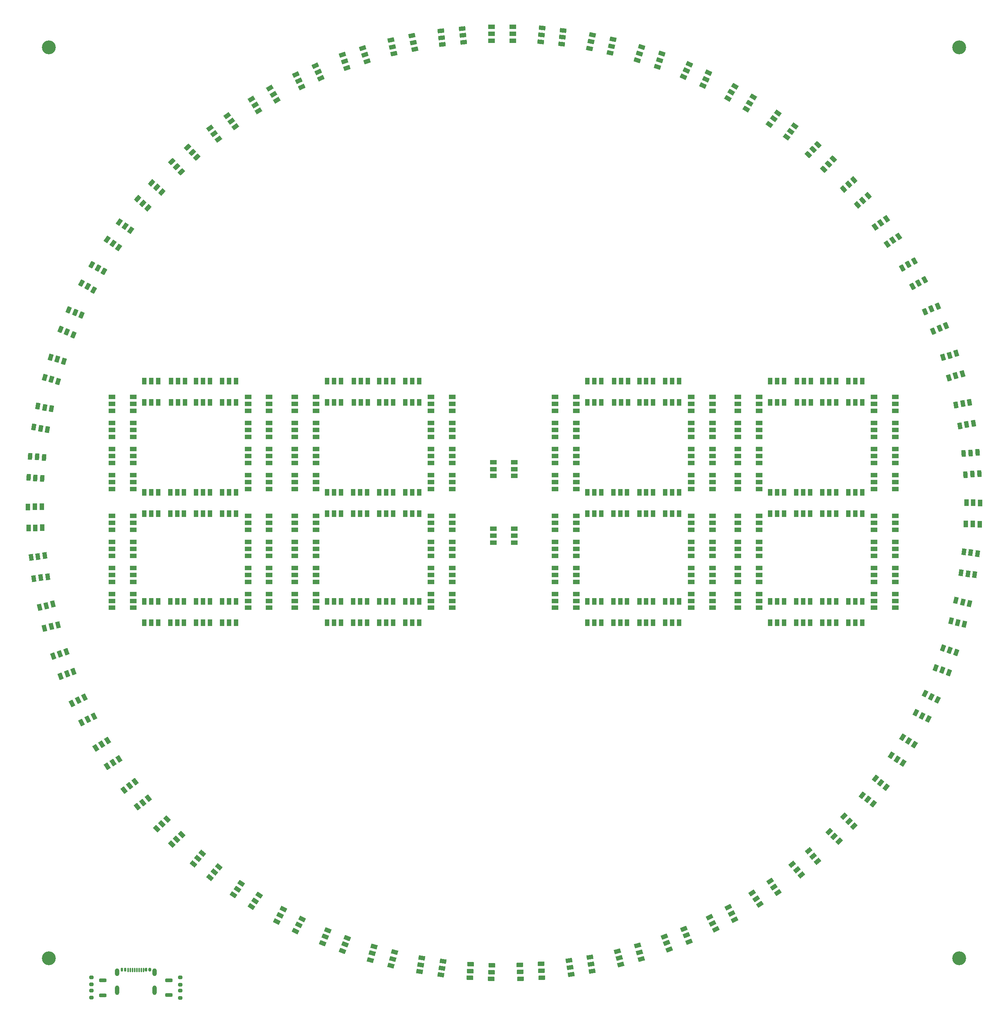
<source format=gbr>
%TF.GenerationSoftware,KiCad,Pcbnew,8.0.9*%
%TF.CreationDate,2025-07-03T09:04:04+02:00*%
%TF.ProjectId,Project,50726f6a-6563-4742-9e6b-696361645f70,rev?*%
%TF.SameCoordinates,Original*%
%TF.FileFunction,Soldermask,Top*%
%TF.FilePolarity,Negative*%
%FSLAX46Y46*%
G04 Gerber Fmt 4.6, Leading zero omitted, Abs format (unit mm)*
G04 Created by KiCad (PCBNEW 8.0.9) date 2025-07-03 09:04:04*
%MOMM*%
%LPD*%
G01*
G04 APERTURE LIST*
G04 Aperture macros list*
%AMRoundRect*
0 Rectangle with rounded corners*
0 $1 Rounding radius*
0 $2 $3 $4 $5 $6 $7 $8 $9 X,Y pos of 4 corners*
0 Add a 4 corners polygon primitive as box body*
4,1,4,$2,$3,$4,$5,$6,$7,$8,$9,$2,$3,0*
0 Add four circle primitives for the rounded corners*
1,1,$1+$1,$2,$3*
1,1,$1+$1,$4,$5*
1,1,$1+$1,$6,$7*
1,1,$1+$1,$8,$9*
0 Add four rect primitives between the rounded corners*
20,1,$1+$1,$2,$3,$4,$5,0*
20,1,$1+$1,$4,$5,$6,$7,0*
20,1,$1+$1,$6,$7,$8,$9,0*
20,1,$1+$1,$8,$9,$2,$3,0*%
%AMRotRect*
0 Rectangle, with rotation*
0 The origin of the aperture is its center*
0 $1 length*
0 $2 width*
0 $3 Rotation angle, in degrees counterclockwise*
0 Add horizontal line*
21,1,$1,$2,0,0,$3*%
G04 Aperture macros list end*
%ADD10RoundRect,0.200000X0.650000X-0.200000X0.650000X0.200000X-0.650000X0.200000X-0.650000X-0.200000X0*%
%ADD11RoundRect,0.144750X-0.144750X-0.255549X0.144750X-0.255549X0.144750X0.255549X-0.144750X0.255549X0*%
%ADD12RoundRect,0.147950X-0.147950X-0.277748X0.147950X-0.277748X0.147950X0.277748X-0.147950X0.277748X0*%
%ADD13RoundRect,0.075000X-0.075000X-0.401500X0.075000X-0.401500X0.075000X0.401500X-0.075000X0.401500X0*%
%ADD14RoundRect,0.148100X-0.148100X-0.277598X0.148100X-0.277598X0.148100X0.277598X-0.148100X0.277598X0*%
%ADD15RoundRect,0.151300X-0.151300X-0.236300X0.151300X-0.236300X0.151300X0.236300X-0.151300X0.236300X0*%
%ADD16O,1.000000X1.800000*%
%ADD17O,1.000000X2.200000*%
%ADD18R,1.000000X1.500000*%
%ADD19R,1.500000X1.000000*%
%ADD20RotRect,1.500000X1.000000X57.966200*%
%ADD21C,3.200000*%
%ADD22RotRect,1.500000X1.000000X277.627330*%
%ADD23RotRect,1.500000X1.000000X253.220570*%
%ADD24RotRect,1.500000X1.000000X155.593240*%
%ADD25RotRect,1.500000X1.000000X82.372960*%
%ADD26RotRect,1.500000X1.000000X94.576340*%
%ADD27RotRect,1.500000X1.000000X125.084790*%
%ADD28RotRect,1.500000X1.000000X173.898310*%
%ADD29RotRect,1.500000X1.000000X198.305360*%
%ADD30RotRect,1.500000X1.000000X112.881410*%
%ADD31RotRect,1.500000X1.000000X192.203670*%
%ADD32RotRect,1.500000X1.000000X320.339160*%
%ADD33RotRect,1.500000X1.000000X350.847610*%
%ADD34RotRect,1.500000X1.000000X234.915500*%
%ADD35RotRect,1.500000X1.000000X70.169580*%
%ADD36RotRect,1.500000X1.000000X39.661130*%
%ADD37RotRect,1.500000X1.000000X314.237470*%
%ADD38RotRect,1.500000X1.000000X33.559440*%
%ADD39RotRect,1.500000X1.000000X338.644230*%
%ADD40RotRect,1.500000X1.000000X283.729020*%
%ADD41RotRect,1.500000X1.000000X88.474650*%
%ADD42RotRect,1.500000X1.000000X265.423950*%
%ADD43RotRect,1.500000X1.000000X247.118880*%
%ADD44RotRect,1.500000X1.000000X21.356060*%
%ADD45RotRect,1.500000X1.000000X51.864510*%
%ADD46RotRect,1.500000X1.000000X222.712120*%
%ADD47RotRect,1.500000X1.000000X100.678030*%
%ADD48RotRect,1.500000X1.000000X186.101980*%
%ADD49RotRect,1.500000X1.000000X332.542540*%
%ADD50RotRect,1.500000X1.000000X45.762820*%
%ADD51RotRect,1.500000X1.000000X295.932400*%
%ADD52RotRect,1.500000X1.000000X3.050990*%
%ADD53RotRect,1.500000X1.000000X228.813810*%
%ADD54RotRect,1.500000X1.000000X289.830710*%
%ADD55RotRect,1.500000X1.000000X143.389860*%
%ADD56RotRect,1.500000X1.000000X9.152680*%
%ADD57RotRect,1.500000X1.000000X302.034090*%
%ADD58RotRect,1.500000X1.000000X76.271270*%
%ADD59RotRect,1.500000X1.000000X137.288170*%
%ADD60RotRect,1.500000X1.000000X64.067890*%
%ADD61RotRect,1.500000X1.000000X241.017190*%
%ADD62RotRect,1.500000X1.000000X326.440850*%
%ADD63RotRect,1.500000X1.000000X259.322260*%
%ADD64RotRect,1.500000X1.000000X27.457750*%
%ADD65RotRect,1.500000X1.000000X356.949300*%
%ADD66RotRect,1.500000X1.000000X344.745920*%
%ADD67RotRect,1.500000X1.000000X210.508740*%
%ADD68RotRect,1.500000X1.000000X149.491550*%
%ADD69RotRect,1.500000X1.000000X216.610430*%
%ADD70RotRect,1.500000X1.000000X204.407050*%
%ADD71RotRect,1.500000X1.000000X308.135780*%
%ADD72RotRect,1.500000X1.000000X118.983100*%
%ADD73RotRect,1.500000X1.000000X161.694930*%
%ADD74RotRect,1.500000X1.000000X15.254370*%
%ADD75RotRect,1.500000X1.000000X271.525640*%
%ADD76RotRect,1.500000X1.000000X131.186480*%
%ADD77RoundRect,0.200000X0.275000X-0.200000X0.275000X0.200000X-0.275000X0.200000X-0.275000X-0.200000X0*%
%ADD78RotRect,1.500000X1.000000X167.796620*%
%ADD79RotRect,1.500000X1.000000X106.779720*%
G04 APERTURE END LIST*
D10*
%TO.C,SW1*%
X247444100Y-333734737D03*
X247444100Y-330334737D03*
%TD*%
%TO.C,SW2*%
X262733200Y-333684937D03*
X262733200Y-330284937D03*
%TD*%
D11*
%TO.C,J1*%
X251853900Y-327817438D03*
D12*
X252660300Y-327842839D03*
D13*
X253818300Y-327893637D03*
X254814400Y-327893637D03*
X255314400Y-327893637D03*
X256314400Y-327893637D03*
D14*
X257460600Y-327842839D03*
D15*
X258267000Y-327804737D03*
D13*
X256814400Y-327893637D03*
X255814400Y-327893637D03*
X254314400Y-327893637D03*
X253314400Y-327893637D03*
D16*
X250744400Y-328412737D03*
D17*
X250744400Y-332592737D03*
D16*
X259384400Y-328412737D03*
D17*
X259384400Y-332592737D03*
%TD*%
D18*
%TO.C,D113*%
X308400000Y-217750000D03*
X306800000Y-217750000D03*
X305200000Y-217750000D03*
X305200000Y-222650000D03*
X306800000Y-222650000D03*
X308400000Y-222650000D03*
%TD*%
D19*
%TO.C,D68*%
X280950000Y-223200000D03*
X280950000Y-224800000D03*
X280950000Y-226400000D03*
X285850000Y-226400000D03*
X285850000Y-224800000D03*
X285850000Y-223200000D03*
%TD*%
%TO.C,D95*%
X328050000Y-217000000D03*
X328050000Y-215400000D03*
X328050000Y-213800000D03*
X323150000Y-213800000D03*
X323150000Y-215400000D03*
X323150000Y-217000000D03*
%TD*%
%TO.C,D165*%
X393950001Y-223200000D03*
X393950001Y-224800000D03*
X393950001Y-226400000D03*
X398850001Y-226400000D03*
X398850001Y-224800000D03*
X398850001Y-223200000D03*
%TD*%
D18*
%TO.C,D159*%
X413400000Y-247850000D03*
X415000000Y-247850000D03*
X416600000Y-247850000D03*
X416600000Y-242950000D03*
X415000000Y-242950000D03*
X413400000Y-242950000D03*
%TD*%
%TO.C,D60*%
X257000000Y-197050000D03*
X258600000Y-197050000D03*
X260200000Y-197050000D03*
X260200000Y-192150000D03*
X258600000Y-192150000D03*
X257000000Y-192150000D03*
%TD*%
D20*
%TO.C,D21*%
X429307748Y-278438184D03*
X430664124Y-279286856D03*
X432020501Y-280135527D03*
X434619556Y-275981624D03*
X433263180Y-275132952D03*
X431906803Y-274284281D03*
%TD*%
D19*
%TO.C,D136*%
X356650001Y-232400000D03*
X356650001Y-230800000D03*
X356650001Y-229200000D03*
X351750001Y-229200000D03*
X351750001Y-230800000D03*
X351750001Y-232400000D03*
%TD*%
%TO.C,D135*%
X351750001Y-235200000D03*
X351750001Y-236800000D03*
X351750001Y-238400000D03*
X356650001Y-238400000D03*
X356650001Y-236800000D03*
X356650001Y-235200000D03*
%TD*%
%TO.C,D137*%
X351750001Y-223200000D03*
X351750001Y-224800000D03*
X351750001Y-226400000D03*
X356650001Y-226400000D03*
X356650001Y-224800000D03*
X356650001Y-223200000D03*
%TD*%
D18*
%TO.C,D61*%
X266400000Y-192150000D03*
X264800000Y-192150000D03*
X263200000Y-192150000D03*
X263200000Y-197050000D03*
X264800000Y-197050000D03*
X266400000Y-197050000D03*
%TD*%
%TO.C,D161*%
X401400000Y-247850000D03*
X403000000Y-247850000D03*
X404600000Y-247850000D03*
X404600000Y-242950000D03*
X403000000Y-242950000D03*
X401400000Y-242950000D03*
%TD*%
D19*
%TO.C,D70*%
X280950000Y-235200000D03*
X280950000Y-236800000D03*
X280950000Y-238400000D03*
X285850000Y-238400000D03*
X285850000Y-236800000D03*
X285850000Y-235200000D03*
%TD*%
D18*
%TO.C,D145*%
X380400000Y-217750000D03*
X378800000Y-217750000D03*
X377200000Y-217750000D03*
X377200000Y-222650000D03*
X378800000Y-222650000D03*
X380400000Y-222650000D03*
%TD*%
%TO.C,D142*%
X359200000Y-222650000D03*
X360800000Y-222650000D03*
X362400000Y-222650000D03*
X362400000Y-217750000D03*
X360800000Y-217750000D03*
X359200000Y-217750000D03*
%TD*%
D19*
%TO.C,D82*%
X254450000Y-205000000D03*
X254450000Y-203400000D03*
X254450000Y-201800000D03*
X249550000Y-201800000D03*
X249550000Y-203400000D03*
X249550000Y-205000000D03*
%TD*%
D21*
%TO.C,H3*%
X445000000Y-325200000D03*
%TD*%
D19*
%TO.C,D134*%
X356650001Y-244400000D03*
X356650001Y-242800000D03*
X356650001Y-241200000D03*
X351750001Y-241200000D03*
X351750001Y-242800000D03*
X351750001Y-244400000D03*
%TD*%
%TO.C,D169*%
X393950000Y-195800000D03*
X393950000Y-197400000D03*
X393950000Y-199000000D03*
X398850000Y-199000000D03*
X398850000Y-197400000D03*
X398850000Y-195800000D03*
%TD*%
D18*
%TO.C,D90*%
X311200000Y-197050000D03*
X312800000Y-197050000D03*
X314400000Y-197050000D03*
X314400000Y-192150000D03*
X312800000Y-192150000D03*
X311200000Y-192150000D03*
%TD*%
D19*
%TO.C,D67*%
X285850000Y-217000000D03*
X285850000Y-215400000D03*
X285850000Y-213800000D03*
X280950000Y-213800000D03*
X280950000Y-215400000D03*
X280950000Y-217000000D03*
%TD*%
%TO.C,D155*%
X430250000Y-232400000D03*
X430250000Y-230800000D03*
X430250000Y-229200000D03*
X425350000Y-229200000D03*
X425350000Y-230800000D03*
X425350000Y-232400000D03*
%TD*%
%TO.C,D153*%
X430250000Y-217000000D03*
X430250000Y-215400000D03*
X430250000Y-213800000D03*
X425350000Y-213800000D03*
X425350000Y-215400000D03*
X425350000Y-217000000D03*
%TD*%
%TO.C,D122*%
X383150000Y-195799999D03*
X383150000Y-197399999D03*
X383150000Y-198999999D03*
X388050000Y-198999999D03*
X388050000Y-197399999D03*
X388050000Y-195799999D03*
%TD*%
D22*
%TO.C,D44*%
X234077702Y-232366626D03*
X232491859Y-232578993D03*
X230906015Y-232791359D03*
X231556388Y-237648006D03*
X233142231Y-237435639D03*
X234728075Y-237223273D03*
%TD*%
D23*
%TO.C,D48*%
X238516063Y-187511003D03*
X236984186Y-187049102D03*
X235452309Y-186587201D03*
X234037737Y-191278575D03*
X235569614Y-191740476D03*
X237101491Y-192202377D03*
%TD*%
D24*
%TO.C,D5*%
X385869656Y-123952742D03*
X386530795Y-122495726D03*
X387191934Y-121038710D03*
X382729822Y-119013972D03*
X382068683Y-120470988D03*
X381407544Y-121928004D03*
%TD*%
D18*
%TO.C,D103*%
X299200000Y-247850000D03*
X300800000Y-247850000D03*
X302400000Y-247850000D03*
X302400000Y-242950000D03*
X300800000Y-242950000D03*
X299200000Y-242950000D03*
%TD*%
D25*
%TO.C,D17*%
X445391463Y-236330702D03*
X446977308Y-236543061D03*
X448563153Y-236755420D03*
X449213501Y-231898770D03*
X447627656Y-231686411D03*
X446041811Y-231474052D03*
%TD*%
D19*
%TO.C,D168*%
X398850001Y-205000000D03*
X398850001Y-203400000D03*
X398850001Y-201800000D03*
X393950001Y-201800000D03*
X393950001Y-203400000D03*
X393950001Y-205000000D03*
%TD*%
D18*
%TO.C,D131*%
X371200000Y-247850000D03*
X372800000Y-247850000D03*
X374400000Y-247850000D03*
X374400000Y-242950000D03*
X372800000Y-242950000D03*
X371200000Y-242950000D03*
%TD*%
%TO.C,D160*%
X410600000Y-242950000D03*
X409000000Y-242950000D03*
X407400000Y-242950000D03*
X407400000Y-247850000D03*
X409000000Y-247850000D03*
X410600000Y-247850000D03*
%TD*%
D26*
%TO.C,D15*%
X446419725Y-213688297D03*
X448014624Y-213560637D03*
X449609523Y-213432977D03*
X449218565Y-208548599D03*
X447623666Y-208676259D03*
X446028767Y-208803919D03*
%TD*%
D19*
%TO.C,D78*%
X254450000Y-232400000D03*
X254450000Y-230800000D03*
X254450000Y-229200000D03*
X249550000Y-229200000D03*
X249550000Y-230800000D03*
X249550000Y-232400000D03*
%TD*%
%TO.C,D164*%
X398850001Y-232400000D03*
X398850001Y-230800000D03*
X398850001Y-229200000D03*
X393950001Y-229200000D03*
X393950001Y-230800000D03*
X393950001Y-232400000D03*
%TD*%
%TO.C,D151*%
X430250000Y-204999999D03*
X430250000Y-203399999D03*
X430250000Y-201799999D03*
X425350000Y-201799999D03*
X425350000Y-203399999D03*
X425350000Y-204999999D03*
%TD*%
D27*
%TO.C,D10*%
X428380605Y-160564200D03*
X429689889Y-159644539D03*
X430999172Y-158724878D03*
X428182711Y-154715196D03*
X426873427Y-155634857D03*
X425564144Y-156554518D03*
%TD*%
D18*
%TO.C,D75*%
X257000000Y-247850000D03*
X258600000Y-247850000D03*
X260200000Y-247850000D03*
X260200000Y-242950000D03*
X258600000Y-242950000D03*
X257000000Y-242950000D03*
%TD*%
D19*
%TO.C,D162*%
X398850001Y-244400000D03*
X398850001Y-242800000D03*
X398850001Y-241200000D03*
X393950001Y-241200000D03*
X393950001Y-242800000D03*
X393950001Y-244400000D03*
%TD*%
D18*
%TO.C,D74*%
X266200000Y-242950000D03*
X264600000Y-242950000D03*
X263000000Y-242950000D03*
X263000000Y-247850000D03*
X264600000Y-247850000D03*
X266200000Y-247850000D03*
%TD*%
%TO.C,D149*%
X422600000Y-192150000D03*
X421000000Y-192150000D03*
X419400000Y-192150000D03*
X419400000Y-197050000D03*
X421000000Y-197050000D03*
X422600000Y-197050000D03*
%TD*%
%TO.C,D72*%
X278200000Y-242950000D03*
X276600000Y-242950000D03*
X275000000Y-242950000D03*
X275000000Y-247850000D03*
X276600000Y-247850000D03*
X278200000Y-247850000D03*
%TD*%
D19*
%TO.C,D126*%
X383150000Y-223200000D03*
X383150000Y-224800000D03*
X383150000Y-226400000D03*
X388050000Y-226400000D03*
X388050000Y-224800000D03*
X388050000Y-223200000D03*
%TD*%
D18*
%TO.C,D63*%
X278200000Y-192150000D03*
X276600000Y-192150000D03*
X275000000Y-192150000D03*
X275000000Y-197050000D03*
X276600000Y-197050000D03*
X278200000Y-197050000D03*
%TD*%
D19*
%TO.C,D99*%
X328050000Y-244400000D03*
X328050000Y-242800000D03*
X328050000Y-241200000D03*
X323150000Y-241200000D03*
X323150000Y-242800000D03*
X323150000Y-244400000D03*
%TD*%
D18*
%TO.C,D120*%
X371200000Y-197050000D03*
X372800000Y-197050000D03*
X374400000Y-197050000D03*
X374400000Y-192150000D03*
X372800000Y-192150000D03*
X371200000Y-192150000D03*
%TD*%
%TO.C,D121*%
X380400000Y-192150000D03*
X378800000Y-192150000D03*
X377200000Y-192150000D03*
X377200000Y-197050000D03*
X378800000Y-197050000D03*
X380400000Y-197050000D03*
%TD*%
%TO.C,D158*%
X422600000Y-242950000D03*
X421000000Y-242950000D03*
X419400000Y-242950000D03*
X419400000Y-247850000D03*
X421000000Y-247850000D03*
X422600000Y-247850000D03*
%TD*%
%TO.C,D148*%
X413400000Y-197050000D03*
X415000000Y-197050000D03*
X416600000Y-197050000D03*
X416600000Y-192150000D03*
X415000000Y-192150000D03*
X413400000Y-192150000D03*
%TD*%
D28*
%TO.C,D2*%
X353319546Y-114416497D03*
X353489615Y-112825561D03*
X353659685Y-111234625D03*
X348787444Y-110713787D03*
X348617375Y-112304723D03*
X348447305Y-113895659D03*
%TD*%
D19*
%TO.C,D71*%
X285850000Y-244400000D03*
X285850000Y-242800000D03*
X285850000Y-241200000D03*
X280950000Y-241200000D03*
X280950000Y-242800000D03*
X280950000Y-244400000D03*
%TD*%
%TO.C,D107*%
X291750001Y-223200000D03*
X291750001Y-224800000D03*
X291750001Y-226400000D03*
X296650001Y-226400000D03*
X296650001Y-224800000D03*
X296650001Y-223200000D03*
%TD*%
%TO.C,D150*%
X425350000Y-195799999D03*
X425350000Y-197399999D03*
X425350000Y-198999999D03*
X430250000Y-198999999D03*
X430250000Y-197399999D03*
X430250000Y-195799999D03*
%TD*%
D29*
%TO.C,D57*%
X308417728Y-118366214D03*
X307915198Y-116847180D03*
X307412668Y-115328146D03*
X302760628Y-116867144D03*
X303263158Y-118386178D03*
X303765688Y-119905212D03*
%TD*%
D19*
%TO.C,D104*%
X296650001Y-244400000D03*
X296650001Y-242800000D03*
X296650001Y-241200000D03*
X291750001Y-241200000D03*
X291750001Y-242800000D03*
X291750001Y-244400000D03*
%TD*%
D18*
%TO.C,D146*%
X401400000Y-197050000D03*
X403000000Y-197050000D03*
X404600000Y-197050000D03*
X404600000Y-192150000D03*
X403000000Y-192150000D03*
X401400000Y-192150000D03*
%TD*%
D30*
%TO.C,D12*%
X438989468Y-180593874D03*
X440463566Y-179971753D03*
X441937665Y-179349633D03*
X440032422Y-174835206D03*
X438558324Y-175457327D03*
X437084225Y-176079447D03*
%TD*%
D31*
%TO.C,D58*%
X319420908Y-115586134D03*
X319082688Y-114022290D03*
X318744468Y-112458446D03*
X313955196Y-113494244D03*
X314293416Y-115058088D03*
X314631636Y-116621932D03*
%TD*%
D18*
%TO.C,D147*%
X410800000Y-192150000D03*
X409200000Y-192150000D03*
X407600000Y-192150000D03*
X407600000Y-197050000D03*
X409200000Y-197050000D03*
X410800000Y-197050000D03*
%TD*%
%TO.C,D112*%
X299200000Y-222650000D03*
X300800000Y-222650000D03*
X302400000Y-222650000D03*
X302400000Y-217750000D03*
X300800000Y-217750000D03*
X299200000Y-217750000D03*
%TD*%
D32*
%TO.C,D37*%
X270423752Y-300988029D03*
X269402565Y-302219767D03*
X268381378Y-303451504D03*
X272153574Y-306578889D03*
X273174761Y-305347151D03*
X274195948Y-304115414D03*
%TD*%
D33*
%TO.C,D32*%
X321069574Y-325124730D03*
X320815076Y-326704360D03*
X320560579Y-328283990D03*
X325398196Y-329063388D03*
X325652694Y-327483758D03*
X325907191Y-325904128D03*
%TD*%
D34*
%TO.C,D51*%
X253918229Y-157291425D03*
X252608941Y-156371771D03*
X251299652Y-155452117D03*
X248483211Y-159461813D03*
X249792499Y-160381467D03*
X251101788Y-161301121D03*
%TD*%
D19*
%TO.C,D140*%
X356650001Y-205000000D03*
X356650001Y-203400000D03*
X356650001Y-201800000D03*
X351750001Y-201800000D03*
X351750001Y-203400000D03*
X351750001Y-205000000D03*
%TD*%
D18*
%TO.C,D144*%
X371200000Y-222650000D03*
X372800000Y-222650000D03*
X374400000Y-222650000D03*
X374400000Y-217750000D03*
X372800000Y-217750000D03*
X371200000Y-217750000D03*
%TD*%
D19*
%TO.C,D77*%
X249550000Y-235200000D03*
X249550000Y-236800000D03*
X249550000Y-238400000D03*
X254450000Y-238400000D03*
X254450000Y-236800000D03*
X254450000Y-235200000D03*
%TD*%
D35*
%TO.C,D19*%
X439600229Y-258244110D03*
X441105350Y-258786890D03*
X442610472Y-259329670D03*
X444272735Y-254720236D03*
X442767614Y-254177456D03*
X441262492Y-253634676D03*
%TD*%
D36*
%TO.C,D24*%
X406497327Y-303540660D03*
X407518520Y-304772392D03*
X408539713Y-306004124D03*
X412311893Y-302876720D03*
X411290700Y-301644988D03*
X410269507Y-300413256D03*
%TD*%
D18*
%TO.C,D91*%
X320400000Y-192150000D03*
X318800000Y-192150000D03*
X317200000Y-192150000D03*
X317200000Y-197050000D03*
X318800000Y-197050000D03*
X320400000Y-197050000D03*
%TD*%
%TO.C,D84*%
X257000000Y-222650000D03*
X258600000Y-222650000D03*
X260200000Y-222650000D03*
X260200000Y-217750000D03*
X258600000Y-217750000D03*
X257000000Y-217750000D03*
%TD*%
D19*
%TO.C,D80*%
X254450000Y-217000000D03*
X254450000Y-215400000D03*
X254450000Y-213800000D03*
X249550000Y-213800000D03*
X249550000Y-215400000D03*
X249550000Y-217000000D03*
%TD*%
D37*
%TO.C,D38*%
X262230680Y-293134853D03*
X261084353Y-294251067D03*
X259938026Y-295367281D03*
X263356432Y-298877909D03*
X264502759Y-297761695D03*
X265649086Y-296645481D03*
%TD*%
D19*
%TO.C,D92*%
X323150000Y-195799999D03*
X323150000Y-197399999D03*
X323150000Y-198999999D03*
X328050000Y-198999999D03*
X328050000Y-197399999D03*
X328050000Y-195799999D03*
%TD*%
D18*
%TO.C,D101*%
X311200000Y-247850000D03*
X312800000Y-247850000D03*
X314400000Y-247850000D03*
X314400000Y-242950000D03*
X312800000Y-242950000D03*
X311200000Y-242950000D03*
%TD*%
D38*
%TO.C,D25*%
X397262044Y-310136746D03*
X398146527Y-311470046D03*
X399031010Y-312803347D03*
X403114242Y-310094618D03*
X402229759Y-308761318D03*
X401345276Y-307428017D03*
%TD*%
D39*
%TO.C,D34*%
X299318090Y-318752231D03*
X298735437Y-320242370D03*
X298152784Y-321732510D03*
X302716336Y-323516883D03*
X303298989Y-322026744D03*
X303881642Y-320536604D03*
%TD*%
D19*
%TO.C,D69*%
X285850000Y-232400000D03*
X285850000Y-230800000D03*
X285850000Y-229200000D03*
X280950000Y-229200000D03*
X280950000Y-230800000D03*
X280950000Y-232400000D03*
%TD*%
%TO.C,D123*%
X388050000Y-204999999D03*
X388050000Y-203399999D03*
X388050000Y-201799999D03*
X383150000Y-201799999D03*
X383150000Y-203399999D03*
X383150000Y-204999999D03*
%TD*%
%TO.C,D97*%
X328050000Y-232400000D03*
X328050000Y-230800000D03*
X328050000Y-229200000D03*
X323150000Y-229200000D03*
X323150000Y-230800000D03*
X323150000Y-232400000D03*
%TD*%
D40*
%TO.C,D43*%
X235971003Y-243556542D03*
X234416718Y-243936270D03*
X232862432Y-244315998D03*
X234025351Y-249076000D03*
X235579636Y-248696272D03*
X237133922Y-248316544D03*
%TD*%
D18*
%TO.C,D115*%
X320400000Y-217750000D03*
X318800000Y-217750000D03*
X317200000Y-217750000D03*
X317200000Y-222650000D03*
X318800000Y-222650000D03*
X320400000Y-222650000D03*
%TD*%
D41*
%TO.C,D16*%
X446508987Y-225036902D03*
X448108420Y-225079493D03*
X449707853Y-225122084D03*
X449838287Y-220223820D03*
X448238854Y-220181229D03*
X446639421Y-220138638D03*
%TD*%
D42*
%TO.C,D46*%
X233899371Y-209701586D03*
X232304472Y-209573935D03*
X230709572Y-209446283D03*
X230318639Y-214330664D03*
X231913538Y-214458315D03*
X233508438Y-214585967D03*
%TD*%
D19*
%TO.C,D129*%
X388050000Y-244400000D03*
X388050000Y-242800000D03*
X388050000Y-241200000D03*
X383150000Y-241200000D03*
X383150000Y-242800000D03*
X383150000Y-244400000D03*
%TD*%
%TO.C,D117*%
X337500000Y-226150000D03*
X337500000Y-227750000D03*
X337500000Y-229350000D03*
X342400000Y-229350000D03*
X342400000Y-227750000D03*
X342400000Y-226150000D03*
%TD*%
%TO.C,D64*%
X280950000Y-195800000D03*
X280950000Y-197400000D03*
X280950000Y-199000000D03*
X285850000Y-199000000D03*
X285850000Y-197400000D03*
X285850000Y-195800000D03*
%TD*%
%TO.C,D110*%
X296650001Y-205000000D03*
X296650001Y-203400000D03*
X296650001Y-201800000D03*
X291750001Y-201800000D03*
X291750001Y-203400000D03*
X291750001Y-205000000D03*
%TD*%
D43*
%TO.C,D49*%
X242565614Y-176909120D03*
X241091512Y-176287008D03*
X239617410Y-175664895D03*
X237712190Y-180179332D03*
X239186292Y-180801444D03*
X240660394Y-181423557D03*
%TD*%
D18*
%TO.C,D143*%
X368400000Y-217750000D03*
X366800000Y-217750000D03*
X365200000Y-217750000D03*
X365200000Y-222650000D03*
X366800000Y-222650000D03*
X368400000Y-222650000D03*
%TD*%
D44*
%TO.C,D27*%
X376957068Y-320208675D03*
X377539728Y-321698811D03*
X378122389Y-323188948D03*
X382685932Y-321404551D03*
X382103272Y-319914415D03*
X381520611Y-318424278D03*
%TD*%
D45*
%TO.C,D22*%
X422611468Y-287601078D03*
X423869952Y-288589115D03*
X425128436Y-289577152D03*
X428154300Y-285723044D03*
X426895816Y-284735007D03*
X425637332Y-283746970D03*
%TD*%
D19*
%TO.C,D166*%
X398850001Y-217000000D03*
X398850001Y-215400000D03*
X398850001Y-213800000D03*
X393950001Y-213800000D03*
X393950001Y-215400000D03*
X393950001Y-217000000D03*
%TD*%
D18*
%TO.C,D62*%
X269000000Y-197050000D03*
X270600000Y-197050000D03*
X272200000Y-197050000D03*
X272200000Y-192150000D03*
X270600000Y-192150000D03*
X269000000Y-192150000D03*
%TD*%
D46*
%TO.C,D53*%
X269161151Y-140516768D03*
X268075847Y-139341134D03*
X266990543Y-138165500D03*
X263390165Y-141489244D03*
X264475469Y-142664878D03*
X265560773Y-143840512D03*
%TD*%
D18*
%TO.C,D100*%
X320400000Y-242950000D03*
X318800000Y-242950000D03*
X317200000Y-242950000D03*
X317200000Y-247850000D03*
X318800000Y-247850000D03*
X320400000Y-247850000D03*
%TD*%
D19*
%TO.C,D111*%
X291750000Y-195800000D03*
X291750000Y-197400000D03*
X291750000Y-199000000D03*
X296650000Y-199000000D03*
X296650000Y-197400000D03*
X296650000Y-195800000D03*
%TD*%
D47*
%TO.C,D14*%
X445124686Y-202413473D03*
X446696980Y-202117010D03*
X448269274Y-201820546D03*
X447361354Y-197005395D03*
X445789060Y-197301858D03*
X444216766Y-197598322D03*
%TD*%
D19*
%TO.C,D94*%
X323150000Y-207799999D03*
X323150000Y-209399999D03*
X323150000Y-210999999D03*
X328050000Y-210999999D03*
X328050000Y-209399999D03*
X328050000Y-207799999D03*
%TD*%
D18*
%TO.C,D130*%
X380400000Y-242950000D03*
X378800000Y-242950000D03*
X377200000Y-242950000D03*
X377200000Y-247850000D03*
X378800000Y-247850000D03*
X380400000Y-247850000D03*
%TD*%
D19*
%TO.C,D65*%
X285850000Y-205000000D03*
X285850000Y-203400000D03*
X285850000Y-201800000D03*
X280950000Y-201800000D03*
X280950000Y-203400000D03*
X280950000Y-205000000D03*
%TD*%
D48*
%TO.C,D59*%
X330657255Y-113991370D03*
X330487178Y-112400435D03*
X330317100Y-110809500D03*
X325444863Y-111330362D03*
X325614940Y-112921297D03*
X325785018Y-114512232D03*
%TD*%
D49*
%TO.C,D35*%
X289073108Y-313869694D03*
X288335364Y-315289460D03*
X287597620Y-316709225D03*
X291945652Y-318968566D03*
X292683396Y-317548800D03*
X293421140Y-316129035D03*
%TD*%
D50*
%TO.C,D23*%
X414979168Y-296000292D03*
X416125501Y-297116500D03*
X417271834Y-298232709D03*
X420690222Y-294722064D03*
X419543889Y-293605856D03*
X418397556Y-292489647D03*
%TD*%
D19*
%TO.C,D141*%
X351750000Y-195800000D03*
X351750000Y-197400000D03*
X351750000Y-199000000D03*
X356650000Y-199000000D03*
X356650000Y-197400000D03*
X356650000Y-195800000D03*
%TD*%
D51*
%TO.C,D41*%
X243258867Y-265018668D03*
X241819970Y-265718365D03*
X240381072Y-266418062D03*
X242523893Y-270824684D03*
X243962790Y-270124987D03*
X245401688Y-269425290D03*
%TD*%
D18*
%TO.C,D86*%
X269000000Y-222650000D03*
X270600000Y-222650000D03*
X272200000Y-222650000D03*
X272200000Y-217750000D03*
X270600000Y-217750000D03*
X269000000Y-217750000D03*
%TD*%
D52*
%TO.C,D30*%
X343676583Y-326755350D03*
X343761743Y-328353082D03*
X343846902Y-329950815D03*
X348739957Y-329690014D03*
X348654797Y-328092282D03*
X348569638Y-326494549D03*
%TD*%
D19*
%TO.C,D152*%
X425350000Y-207799999D03*
X425350000Y-209399999D03*
X425350000Y-210999999D03*
X430250000Y-210999999D03*
X430250000Y-209399999D03*
X430250000Y-207799999D03*
%TD*%
D18*
%TO.C,D102*%
X308400000Y-242950000D03*
X306800000Y-242950000D03*
X305200000Y-242950000D03*
X305200000Y-247850000D03*
X306800000Y-247850000D03*
X308400000Y-247850000D03*
%TD*%
D19*
%TO.C,D163*%
X393950001Y-235200000D03*
X393950001Y-236800000D03*
X393950001Y-238400000D03*
X398850001Y-238400000D03*
X398850001Y-236800000D03*
X398850001Y-235200000D03*
%TD*%
D18*
%TO.C,D114*%
X311200000Y-222650000D03*
X312800000Y-222650000D03*
X314400000Y-222650000D03*
X314400000Y-217750000D03*
X312800000Y-217750000D03*
X311200000Y-217750000D03*
%TD*%
%TO.C,D87*%
X278200000Y-217750000D03*
X276600000Y-217750000D03*
X275000000Y-217750000D03*
X275000000Y-222650000D03*
X276600000Y-222650000D03*
X278200000Y-222650000D03*
%TD*%
D21*
%TO.C,H2*%
X445000000Y-115200000D03*
%TD*%
D53*
%TO.C,D52*%
X261092665Y-148497890D03*
X259888547Y-147444278D03*
X258684429Y-146390665D03*
X255457739Y-150078276D03*
X256661857Y-151131888D03*
X257865975Y-152185501D03*
%TD*%
D18*
%TO.C,D133*%
X359200000Y-247850000D03*
X360800000Y-247850000D03*
X362400000Y-247850000D03*
X362400000Y-242950000D03*
X360800000Y-242950000D03*
X359200000Y-242950000D03*
%TD*%
%TO.C,D73*%
X269000000Y-247850000D03*
X270600000Y-247850000D03*
X272200000Y-247850000D03*
X272200000Y-242950000D03*
X270600000Y-242950000D03*
X269000000Y-242950000D03*
%TD*%
D54*
%TO.C,D42*%
X239042994Y-254481818D03*
X237537876Y-255024605D03*
X236032757Y-255567393D03*
X237695044Y-260176818D03*
X239200162Y-259634031D03*
X240705281Y-259091243D03*
%TD*%
D18*
%TO.C,D118*%
X359200000Y-197050000D03*
X360800000Y-197050000D03*
X362400000Y-197050000D03*
X362400000Y-192150000D03*
X360800000Y-192150000D03*
X359200000Y-192150000D03*
%TD*%
D55*
%TO.C,D7*%
X405178140Y-135823640D03*
X406132327Y-134539301D03*
X407086514Y-133254962D03*
X403153226Y-130332764D03*
X402199039Y-131617103D03*
X401244852Y-132901442D03*
%TD*%
D56*
%TO.C,D29*%
X354981885Y-325760898D03*
X355236390Y-327340526D03*
X355490896Y-328920155D03*
X360328509Y-328140732D03*
X360074004Y-326561104D03*
X359819498Y-324981475D03*
%TD*%
D18*
%TO.C,D89*%
X308600000Y-192150000D03*
X307000000Y-192150000D03*
X305400000Y-192150000D03*
X305400000Y-197050000D03*
X307000000Y-197050000D03*
X308600000Y-197050000D03*
%TD*%
D21*
%TO.C,H1*%
X235000000Y-115200000D03*
%TD*%
D57*
%TO.C,D40*%
X248570852Y-275047706D03*
X247214480Y-275896384D03*
X245858108Y-276745062D03*
X248457184Y-280898952D03*
X249813556Y-280050274D03*
X251169928Y-279201596D03*
%TD*%
D19*
%TO.C,D127*%
X388050000Y-232400000D03*
X388050000Y-230800000D03*
X388050000Y-229200000D03*
X383150000Y-229200000D03*
X383150000Y-230800000D03*
X383150000Y-232400000D03*
%TD*%
%TO.C,D157*%
X430250000Y-244400000D03*
X430250000Y-242800000D03*
X430250000Y-241200000D03*
X425350000Y-241200000D03*
X425350000Y-242800000D03*
X425350000Y-244400000D03*
%TD*%
D18*
%TO.C,D132*%
X368400000Y-242950000D03*
X366800000Y-242950000D03*
X365200000Y-242950000D03*
X365200000Y-247850000D03*
X366800000Y-247850000D03*
X368400000Y-247850000D03*
%TD*%
D58*
%TO.C,D18*%
X443079813Y-247441736D03*
X444634101Y-247821456D03*
X446188389Y-248201178D03*
X447351283Y-243441168D03*
X445796995Y-243061448D03*
X444242707Y-242681726D03*
%TD*%
D59*
%TO.C,D8*%
X413777543Y-143229655D03*
X414862842Y-142054016D03*
X415948140Y-140878377D03*
X412347745Y-137554651D03*
X411262446Y-138730290D03*
X410177148Y-139905929D03*
%TD*%
D60*
%TO.C,D20*%
X434992137Y-268615430D03*
X436431038Y-269315119D03*
X437869938Y-270014809D03*
X440012737Y-265608176D03*
X438573836Y-264908487D03*
X437134936Y-264208797D03*
%TD*%
D19*
%TO.C,D66*%
X280950000Y-207800000D03*
X280950000Y-209400000D03*
X280950000Y-211000000D03*
X285850000Y-211000000D03*
X285850000Y-209400000D03*
X285850000Y-207800000D03*
%TD*%
D21*
%TO.C,H4*%
X235000000Y-325200000D03*
%TD*%
D61*
%TO.C,D50*%
X247719133Y-166797739D03*
X246319509Y-166022463D03*
X244919884Y-165247188D03*
X242545603Y-169533537D03*
X243945227Y-170308813D03*
X245344852Y-171084088D03*
%TD*%
D62*
%TO.C,D36*%
X279405149Y-307925846D03*
X278520673Y-309259151D03*
X277636197Y-310592456D03*
X281719443Y-313301164D03*
X282603919Y-311967859D03*
X283488395Y-310634554D03*
%TD*%
D19*
%TO.C,D93*%
X328050000Y-204999999D03*
X328050000Y-203399999D03*
X328050000Y-201799999D03*
X323150000Y-201799999D03*
X323150000Y-203399999D03*
X323150000Y-204999999D03*
%TD*%
%TO.C,D109*%
X291750001Y-207800000D03*
X291750001Y-209400000D03*
X291750001Y-211000000D03*
X296650001Y-211000000D03*
X296650001Y-209400000D03*
X296650001Y-207800000D03*
%TD*%
D18*
%TO.C,D173*%
X422600000Y-217750000D03*
X421000000Y-217750000D03*
X419400000Y-217750000D03*
X419400000Y-222650000D03*
X421000000Y-222650000D03*
X422600000Y-222650000D03*
%TD*%
D19*
%TO.C,D76*%
X254450000Y-244400000D03*
X254450000Y-242800000D03*
X254450000Y-241200000D03*
X249550000Y-241200000D03*
X249550000Y-242800000D03*
X249550000Y-244400000D03*
%TD*%
%TO.C,D125*%
X388050000Y-217000000D03*
X388050000Y-215400000D03*
X388050000Y-213800000D03*
X383150000Y-213800000D03*
X383150000Y-215400000D03*
X383150000Y-217000000D03*
%TD*%
%TO.C,D139*%
X351750001Y-207800000D03*
X351750001Y-209400000D03*
X351750001Y-211000000D03*
X356650001Y-211000000D03*
X356650001Y-209400000D03*
X356650001Y-207800000D03*
%TD*%
%TO.C,D98*%
X323150000Y-235200000D03*
X323150000Y-236800000D03*
X323150000Y-238400000D03*
X328050000Y-238400000D03*
X328050000Y-236800000D03*
X328050000Y-235200000D03*
%TD*%
D63*
%TO.C,D47*%
X235616364Y-198483266D03*
X234044068Y-198186810D03*
X232471772Y-197890354D03*
X231563876Y-202705510D03*
X233136172Y-203001966D03*
X234708468Y-203298422D03*
%TD*%
D64*
%TO.C,D26*%
X387377962Y-315713815D03*
X388115713Y-317133576D03*
X388853464Y-318553338D03*
X393201484Y-316293975D03*
X392463733Y-314874214D03*
X391725982Y-313454452D03*
%TD*%
D19*
%TO.C,D106*%
X296650001Y-232400000D03*
X296650001Y-230800000D03*
X296650001Y-229200000D03*
X291750001Y-229200000D03*
X291750001Y-230800000D03*
X291750001Y-232400000D03*
%TD*%
D18*
%TO.C,D88*%
X299200000Y-197050000D03*
X300800000Y-197050000D03*
X302400000Y-197050000D03*
X302400000Y-192150000D03*
X300800000Y-192150000D03*
X299200000Y-192150000D03*
%TD*%
D19*
%TO.C,D83*%
X249550000Y-195800000D03*
X249550000Y-197400000D03*
X249550000Y-199000000D03*
X254450000Y-199000000D03*
X254450000Y-197400000D03*
X254450000Y-195800000D03*
%TD*%
D65*
%TO.C,D31*%
X332329624Y-326542490D03*
X332244473Y-328140223D03*
X332159322Y-329737956D03*
X337052378Y-329998732D03*
X337137529Y-328400999D03*
X337222680Y-326803266D03*
%TD*%
D66*
%TO.C,D33*%
X310024012Y-322518132D03*
X309603052Y-324061762D03*
X309182092Y-325605392D03*
X313909458Y-326894582D03*
X314330418Y-325350952D03*
X314751378Y-323807322D03*
%TD*%
D67*
%TO.C,D55*%
X287605503Y-127343246D03*
X286793232Y-125964763D03*
X285980960Y-124586280D03*
X281759357Y-127073862D03*
X282571628Y-128452345D03*
X283383900Y-129830828D03*
%TD*%
D68*
%TO.C,D6*%
X395840243Y-129373642D03*
X396652508Y-127995155D03*
X397464773Y-126616668D03*
X393243157Y-124129108D03*
X392430892Y-125507595D03*
X391618627Y-126886082D03*
%TD*%
D19*
%TO.C,D96*%
X323150000Y-223200000D03*
X323150000Y-224800000D03*
X323150000Y-226400000D03*
X328050000Y-226400000D03*
X328050000Y-224800000D03*
X328050000Y-223200000D03*
%TD*%
%TO.C,D108*%
X296650001Y-217000000D03*
X296650001Y-215400000D03*
X296650001Y-213800000D03*
X291750001Y-213800000D03*
X291750001Y-215400000D03*
X291750001Y-217000000D03*
%TD*%
D69*
%TO.C,D54*%
X278032268Y-133438486D03*
X277078075Y-132154152D03*
X276123881Y-130869818D03*
X272190608Y-133792036D03*
X273144801Y-135076370D03*
X274098995Y-136360704D03*
%TD*%
D19*
%TO.C,D156*%
X425350000Y-235200000D03*
X425350000Y-236800000D03*
X425350000Y-238400000D03*
X430250000Y-238400000D03*
X430250000Y-236800000D03*
X430250000Y-235200000D03*
%TD*%
D70*
%TO.C,D56*%
X297772389Y-122300108D03*
X297111242Y-120843096D03*
X296450096Y-119386083D03*
X291987995Y-121410844D03*
X292649142Y-122867856D03*
X293310288Y-124324869D03*
%TD*%
D71*
%TO.C,D39*%
X254918765Y-284455298D03*
X253660285Y-285443342D03*
X252401806Y-286431385D03*
X255427689Y-290285478D03*
X256686169Y-289297434D03*
X257944648Y-288309391D03*
%TD*%
D19*
%TO.C,D167*%
X393950001Y-207800000D03*
X393950001Y-209400000D03*
X393950001Y-211000000D03*
X398850001Y-211000000D03*
X398850001Y-209400000D03*
X398850001Y-207800000D03*
%TD*%
D18*
%TO.C,D170*%
X401400000Y-222650000D03*
X403000000Y-222650000D03*
X404600000Y-222650000D03*
X404600000Y-217750000D03*
X403000000Y-217750000D03*
X401400000Y-217750000D03*
%TD*%
D19*
%TO.C,D1*%
X342000000Y-113600000D03*
X342000000Y-112000000D03*
X342000000Y-110400000D03*
X337100000Y-110400000D03*
X337100000Y-112000000D03*
X337100000Y-113600000D03*
%TD*%
%TO.C,D79*%
X249550000Y-223200000D03*
X249550000Y-224800000D03*
X249550000Y-226400000D03*
X254450000Y-226400000D03*
X254450000Y-224800000D03*
X254450000Y-223200000D03*
%TD*%
D18*
%TO.C,D119*%
X368600000Y-192150000D03*
X367000000Y-192150000D03*
X365400000Y-192150000D03*
X365400000Y-197050000D03*
X367000000Y-197050000D03*
X368600000Y-197050000D03*
%TD*%
D72*
%TO.C,D11*%
X434218804Y-170296322D03*
X435618424Y-169521040D03*
X437018045Y-168745757D03*
X434643742Y-164459420D03*
X433244122Y-165234702D03*
X431844501Y-166009985D03*
%TD*%
D19*
%TO.C,D105*%
X291750001Y-235200000D03*
X291750001Y-236800000D03*
X291750001Y-238400000D03*
X296650001Y-238400000D03*
X296650001Y-236800000D03*
X296650001Y-235200000D03*
%TD*%
D73*
%TO.C,D4*%
X375379347Y-119622360D03*
X375881869Y-118103323D03*
X376384392Y-116584287D03*
X371732343Y-115045312D03*
X371229821Y-116564349D03*
X370727298Y-118083385D03*
%TD*%
D19*
%TO.C,D124*%
X383150000Y-207799999D03*
X383150000Y-209399999D03*
X383150000Y-210999999D03*
X388050000Y-210999999D03*
X388050000Y-209399999D03*
X388050000Y-207799999D03*
%TD*%
%TO.C,D154*%
X425350000Y-223200000D03*
X425350000Y-224800000D03*
X425350000Y-226400000D03*
X430250000Y-226400000D03*
X430250000Y-224800000D03*
X430250000Y-223200000D03*
%TD*%
D74*
%TO.C,D28*%
X366117438Y-323570399D03*
X366538405Y-325114027D03*
X366959373Y-326657654D03*
X371686732Y-325368441D03*
X371265765Y-323824813D03*
X370844797Y-322281186D03*
%TD*%
D19*
%TO.C,D116*%
X342400000Y-214000000D03*
X342400000Y-212400000D03*
X342400000Y-210800000D03*
X337500000Y-210800000D03*
X337500000Y-212400000D03*
X337500000Y-214000000D03*
%TD*%
D75*
%TO.C,D45*%
X233384540Y-221038859D03*
X231785107Y-221081455D03*
X230185675Y-221124056D03*
X230316134Y-226022319D03*
X231915567Y-225979723D03*
X233514999Y-225937122D03*
%TD*%
D18*
%TO.C,D171*%
X410600000Y-217750000D03*
X409000000Y-217750000D03*
X407400000Y-217750000D03*
X407400000Y-222650000D03*
X409000000Y-222650000D03*
X410600000Y-222650000D03*
%TD*%
D19*
%TO.C,D128*%
X383150000Y-235200000D03*
X383150000Y-236800000D03*
X383150000Y-238400000D03*
X388050000Y-238400000D03*
X388050000Y-236800000D03*
X388050000Y-235200000D03*
%TD*%
D18*
%TO.C,D172*%
X413400000Y-222650000D03*
X415000000Y-222650000D03*
X416600000Y-222650000D03*
X416600000Y-217750000D03*
X415000000Y-217750000D03*
X413400000Y-217750000D03*
%TD*%
%TO.C,D85*%
X266200000Y-217750000D03*
X264600000Y-217750000D03*
X263000000Y-217750000D03*
X263000000Y-222650000D03*
X264600000Y-222650000D03*
X266200000Y-222650000D03*
%TD*%
D76*
%TO.C,D9*%
X421541020Y-151507772D03*
X422745132Y-150454153D03*
X423949245Y-149400534D03*
X420722536Y-145712940D03*
X419518424Y-146766559D03*
X418314311Y-147820178D03*
%TD*%
D19*
%TO.C,D138*%
X356650001Y-217000000D03*
X356650001Y-215400000D03*
X356650001Y-213800000D03*
X351750001Y-213800000D03*
X351750001Y-215400000D03*
X351750001Y-217000000D03*
%TD*%
D77*
%TO.C,R5*%
X265298600Y-329650937D03*
X265298600Y-331300937D03*
%TD*%
%TO.C,R3*%
X244851600Y-331261000D03*
X244851600Y-329611000D03*
%TD*%
%TO.C,R6*%
X265294000Y-332698937D03*
X265294000Y-334348937D03*
%TD*%
%TO.C,R4*%
X244847000Y-334295800D03*
X244847000Y-332645800D03*
%TD*%
D78*
%TO.C,D3*%
X364488175Y-116431559D03*
X364826388Y-114867714D03*
X365164600Y-113303870D03*
X360375325Y-112268095D03*
X360037112Y-113831940D03*
X359698900Y-115395784D03*
%TD*%
D79*
%TO.C,D13*%
X442638544Y-191340177D03*
X444170419Y-190878268D03*
X445702293Y-190416360D03*
X444287698Y-185724993D03*
X442755823Y-186186902D03*
X441223949Y-186648810D03*
%TD*%
D19*
%TO.C,D81*%
X249550000Y-207800000D03*
X249550000Y-209400000D03*
X249550000Y-211000000D03*
X254450000Y-211000000D03*
X254450000Y-209400000D03*
X254450000Y-207800000D03*
%TD*%
M02*

</source>
